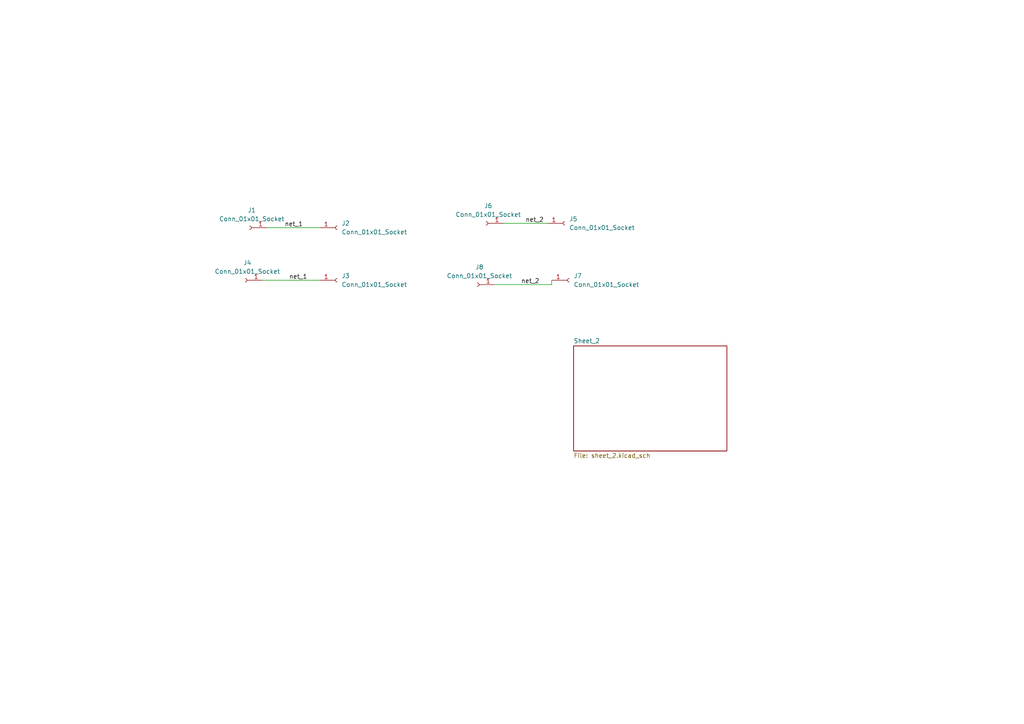
<source format=kicad_sch>
(kicad_sch (version 20231120) (generator "eeschema") (generator_version "8.0")
  (paper "A4")
  (lib_symbols
    (symbol "Connector:Conn_01x01_Socket" (pin_names (offset 1.016) hide)
      (property "Reference" "J" (at 0 2.54 0))
      (property "Value" "Conn_01x01_Socket" (at 0 -2.54 0))
      (symbol "Conn_01x01_Socket_1_1"
        (polyline (pts (xy -1.27 0) (xy -0.508 0)) (stroke (width 0.1524)))
        (arc (start 0 0.508) (mid -0.5058 0) (end 0 -0.508) (stroke (width 0.1524)))
        (pin passive line (at -5.08 0 0) (length 3.81) (name "Pin_1") (number "1"))
      )
    )
  )
  (wire (pts (xy 76.2 81.28) (xy 92.71 81.28)))
  (wire (pts (xy 77.47 66.04) (xy 92.71 66.04)))
  (wire (pts (xy 146.05 64.77) (xy 158.75 64.77)))
  (wire (pts (xy 160.02 82.55) (xy 160.02 81.28)))
  (wire (pts (xy 143.51 82.55) (xy 160.02 82.55)))
  (label "net_2" (at 152.4 64.77 0))
  (label "net_2" (at 151.13 82.55 0))
  (label "net_1" (at 82.55 66.04 0))
  (label "net_1" (at 83.82 81.28 0))
  (symbol (lib_id "Connector:Conn_01x01_Socket") (at 97.79 66.04 0) (unit 1)
    (property "Reference" "J2" (at 99.06 64.7699 0) (effects (justify left)))
    (property "Value" "Conn_01x01_Socket" (at 99.06 67.3099 0) (effects (justify left)))
    (property "Footprint" "Connector_Pin:Pin_D0.7mm_L6.5mm_W1.8mm_FlatFork" (effects (hide yes)))
    (property "Description" "Generic connector, single row, 01x01, script generated" (effects (hide yes)))
  )
  (symbol (lib_id "Connector:Conn_01x01_Socket") (at 165.1 81.28 0) (unit 1)
    (property "Reference" "J7" (at 166.37 80.0099 0) (effects (justify left)))
    (property "Value" "Conn_01x01_Socket" (at 166.37 82.5499 0) (effects (justify left)))
    (property "Footprint" "Connector_Pin:Pin_D0.7mm_L6.5mm_W1.8mm_FlatFork" (effects (hide yes)))
    (property "Description" "Generic connector, single row, 01x01, script generated" (effects (hide yes)))
  )
  (symbol (lib_id "Connector:Conn_01x01_Socket") (at 72.39 66.04 180) (unit 1)
    (property "Reference" "J1" (at 73.025 60.96 0))
    (property "Value" "Conn_01x01_Socket" (at 73.025 63.5 0))
    (property "Footprint" "Connector_Pin:Pin_D0.7mm_L6.5mm_W1.8mm_FlatFork" (effects (hide yes)))
    (property "Description" "Generic connector, single row, 01x01, script generated" (effects (hide yes)))
  )
  (symbol (lib_id "Connector:Conn_01x01_Socket") (at 138.43 82.55 180) (unit 1)
    (property "Reference" "J8" (at 139.065 77.47 0))
    (property "Value" "Conn_01x01_Socket" (at 139.065 80.01 0))
    (property "Footprint" "Connector_Pin:Pin_D0.7mm_L6.5mm_W1.8mm_FlatFork" (effects (hide yes)))
    (property "Description" "Generic connector, single row, 01x01, script generated" (effects (hide yes)))
  )
  (symbol (lib_id "Connector:Conn_01x01_Socket") (at 71.12 81.28 180) (unit 1)
    (property "Reference" "J4" (at 71.755 76.2 0))
    (property "Value" "Conn_01x01_Socket" (at 71.755 78.74 0))
    (property "Footprint" "Connector_Pin:Pin_D0.7mm_L6.5mm_W1.8mm_FlatFork" (effects (hide yes)))
    (property "Description" "Generic connector, single row, 01x01, script generated" (effects (hide yes)))
  )
  (symbol (lib_id "Connector:Conn_01x01_Socket") (at 140.97 64.77 180) (unit 1)
    (property "Reference" "J6" (at 141.605 59.69 0))
    (property "Value" "Conn_01x01_Socket" (at 141.605 62.23 0))
    (property "Footprint" "Connector_Pin:Pin_D0.7mm_L6.5mm_W1.8mm_FlatFork" (effects (hide yes)))
    (property "Description" "Generic connector, single row, 01x01, script generated" (effects (hide yes)))
  )
  (symbol (lib_id "Connector:Conn_01x01_Socket") (at 163.83 64.77 0) (unit 1)
    (property "Reference" "J5" (at 165.1 63.4999 0) (effects (justify left)))
    (property "Value" "Conn_01x01_Socket" (at 165.1 66.0399 0) (effects (justify left)))
    (property "Footprint" "Connector_Pin:Pin_D0.7mm_L6.5mm_W1.8mm_FlatFork" (effects (hide yes)))
    (property "Description" "Generic connector, single row, 01x01, script generated" (effects (hide yes)))
  )
  (symbol (lib_id "Connector:Conn_01x01_Socket") (at 97.79 81.28 0) (unit 1)
    (property "Reference" "J3" (at 99.06 80.0099 0) (effects (justify left)))
    (property "Value" "Conn_01x01_Socket" (at 99.06 82.5499 0) (effects (justify left)))
    (property "Footprint" "Connector_Pin:Pin_D0.7mm_L6.5mm_W1.8mm_FlatFork" (effects (hide yes)))
    (property "Description" "Generic connector, single row, 01x01, script generated" (effects (hide yes)))
  )
  (sheet (at 166.37 100.33) (size 44.45 30.48) (stroke (width 0.1524))
    (property "Sheetname" "Sheet_2" (at 166.37 99.6184 0) (effects (justify left bottom)))
    (property "Sheetfile" "sheet_2.kicad_sch" (at 166.37 131.3946 0) (effects (justify left top)))
  )
)
</source>
